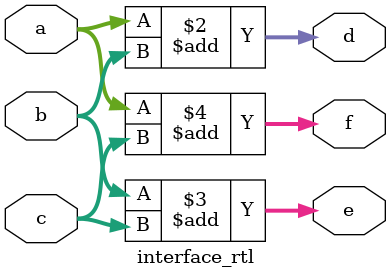
<source format=v>
module interface_rtl(input [3:0] a,b,c,output reg [3:0] d,e,f);

always@(*)
begin
d=a+b;
e=b+c;
f=a+c;
end

endmodule



</source>
